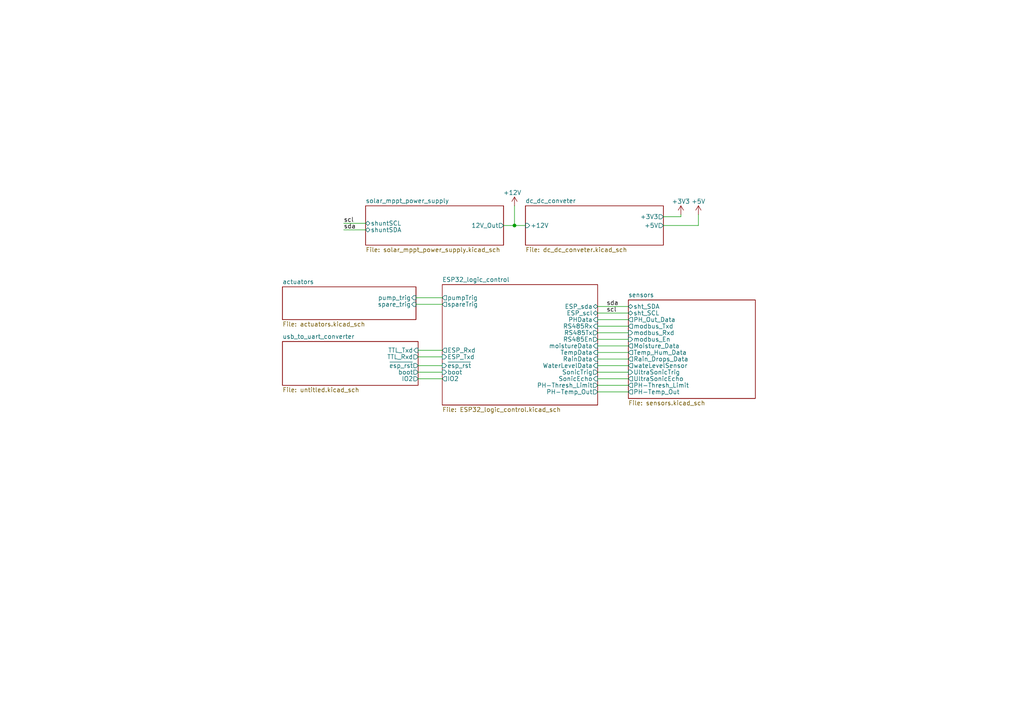
<source format=kicad_sch>
(kicad_sch (version 20211123) (generator eeschema)
  (paper "A4")
  (title_block (title "MKULIMA IOT DEVICE") (date "2022-10-26") (rev "v01") (comment 1 "Checked By: ") (comment 2 "Designed By: ") (comment 3 "Project Lead: Peter Kirumba") (comment 4 "MKULIMA IOT DEVICE"))
  (lib_symbols
    (symbol "power:+12V" (power) (pin_names (offset 0))
      (property "Value" "+12V" (at 0 3.556 0))
      (symbol "+12V_0_1"
        (polyline (pts (xy -0.762 1.27) (xy 0 2.54)))
        (polyline (pts (xy 0 0) (xy 0 2.54)))
        (polyline (pts (xy 0 2.54) (xy 0.762 1.27)))
      )
      (symbol "+12V_1_1"
        (pin power_in line (at 0 0 90) (length 0) hide (name "+12V") (number "1"))
      )
    )
    (symbol "power:+3V3" (power) (pin_names (offset 0))
      (property "Value" "+3V3" (at 0 3.556 0))
      (symbol "+3V3_0_1"
        (polyline (pts (xy -0.762 1.27) (xy 0 2.54)))
        (polyline (pts (xy 0 0) (xy 0 2.54)))
        (polyline (pts (xy 0 2.54) (xy 0.762 1.27)))
      )
      (symbol "+3V3_1_1"
        (pin power_in line (at 0 0 90) (length 0) hide (name "+3V3") (number "1"))
      )
    )
    (symbol "power:+5V" (power) (pin_names (offset 0))
      (property "Value" "+5V" (at 0 3.556 0))
      (symbol "+5V_0_1"
        (polyline (pts (xy -0.762 1.27) (xy 0 2.54)))
        (polyline (pts (xy 0 0) (xy 0 2.54)))
        (polyline (pts (xy 0 2.54) (xy 0.762 1.27)))
      )
      (symbol "+5V_1_1"
        (pin power_in line (at 0 0 90) (length 0) hide (name "+5V") (number "1"))
      )
    )
  )
  (junction (at 149.225 65.405))
  (wire (pts (xy 149.225 59.69) (xy 149.225 65.405)))
  (wire (pts (xy 121.285 109.855) (xy 128.27 109.855)))
  (wire (pts (xy 173.355 107.95) (xy 182.245 107.95)))
  (wire (pts (xy 173.355 102.235) (xy 182.245 102.235)))
  (wire (pts (xy 173.355 104.14) (xy 182.245 104.14)))
  (wire (pts (xy 121.285 107.95) (xy 128.27 107.95)))
  (wire (pts (xy 197.485 62.23) (xy 197.485 62.865)))
  (wire (pts (xy 173.355 92.71) (xy 182.245 92.71)))
  (wire (pts (xy 149.225 65.405) (xy 152.4 65.405)))
  (wire (pts (xy 173.355 106.045) (xy 182.245 106.045)))
  (wire (pts (xy 173.355 88.9) (xy 182.245 88.9)))
  (wire (pts (xy 173.355 90.805) (xy 182.245 90.805)))
  (wire (pts (xy 173.355 111.76) (xy 182.245 111.76)))
  (wire (pts (xy 99.695 64.77) (xy 106.045 64.77)))
  (wire (pts (xy 173.355 109.855) (xy 182.245 109.855)))
  (wire (pts (xy 202.565 62.23) (xy 202.565 65.405)))
  (wire (pts (xy 192.405 62.865) (xy 197.485 62.865)))
  (wire (pts (xy 173.355 94.615) (xy 182.245 94.615)))
  (wire (pts (xy 121.285 101.6) (xy 128.27 101.6)))
  (wire (pts (xy 192.405 65.405) (xy 202.565 65.405)))
  (wire (pts (xy 121.285 103.505) (xy 128.27 103.505)))
  (wire (pts (xy 173.355 96.52) (xy 182.245 96.52)))
  (wire (pts (xy 121.285 106.045) (xy 128.27 106.045)))
  (wire (pts (xy 173.355 113.665) (xy 182.245 113.665)))
  (wire (pts (xy 173.355 98.425) (xy 182.245 98.425)))
  (wire (pts (xy 173.355 100.33) (xy 182.245 100.33)))
  (wire (pts (xy 146.05 65.405) (xy 149.225 65.405)))
  (wire (pts (xy 120.65 86.36) (xy 128.27 86.36)))
  (wire (pts (xy 99.695 66.675) (xy 106.045 66.675)))
  (wire (pts (xy 120.65 88.265) (xy 128.27 88.265)))
  (label "sda" (at 175.895 88.9 0))
  (label "scl" (at 99.695 64.77 0))
  (label "scl" (at 175.895 90.805 0))
  (label "sda" (at 99.695 66.675 0))
  (symbol (lib_id "power:+5V") (at 202.565 62.23 0) (unit 1)
    (property "Reference" "#PWR03" (effects hide))
    (property "Value" "+5V" (at 202.565 58.42 0))
  )
  (symbol (lib_id "power:+3V3") (at 197.485 62.23 0) (unit 1)
    (property "Reference" "#PWR02" (effects hide))
    (property "Value" "+3V3" (at 197.485 58.42 0))
  )
  (symbol (lib_id "power:+12V") (at 149.225 59.69 0) (unit 1)
    (property "Reference" "#PWR01" (effects hide))
    (property "Value" "+12V" (at 148.59 55.88 0))
  )
  (sheet (at 81.915 83.185) (size 38.735 9.525) (stroke (width 0.1524))
    (property "Sheet name" "actuators" (at 81.915 82.4734 0) (effects (justify left bottom)))
    (property "Sheet file" "actuators.kicad_sch" (at 81.915 93.2946 0) (effects (justify left top)))
    (pin "pump_trig" input (at 120.65 86.36 0))
    (pin "spare_trig" input (at 120.65 88.265 0))
  )
  (sheet (at 106.045 59.69) (size 40.005 11.43) (stroke (width 0.1524))
    (property "Sheet name" "solar_mppt_power_supply" (at 106.045 58.9784 0) (effects (justify left bottom)))
    (property "Sheet file" "solar_mppt_power_supply.kicad_sch" (at 106.045 71.7046 0) (effects (justify left top)))
    (pin "12V_Out" output (at 146.05 65.405 0))
    (pin "shuntSCL" bidirectional (at 106.045 64.77 180))
    (pin "shuntSDA" bidirectional (at 106.045 66.675 180))
  )
  (sheet (at 128.27 82.55) (size 45.085 34.925) (stroke (width 0.1524))
    (property "Sheet name" "ESP32_logic_control" (at 128.27 81.8384 0) (effects (justify left bottom)))
    (property "Sheet file" "ESP32_logic_control.kicad_sch" (at 128.27 118.0596 0) (effects (justify left top)))
    (pin "ESP_Txd" input (at 128.27 103.505 180))
    (pin "ESP_Rxd" output (at 128.27 101.6 180))
    (pin "~{esp_rst}" input (at 128.27 106.045 180))
    (pin "spareTrig" output (at 128.27 88.265 180))
    (pin "PHData" input (at 173.355 92.71 0))
    (pin "moistureData" input (at 173.355 100.33 0))
    (pin "pumpTrig" output (at 128.27 86.36 180))
    (pin "boot" input (at 128.27 107.95 180))
    (pin "TempData" input (at 173.355 102.235 0))
    (pin "RS485En" output (at 173.355 98.425 0))
    (pin "ESP_scl" bidirectional (at 173.355 90.805 0))
    (pin "ESP_sda" bidirectional (at 173.355 88.9 0))
    (pin "RS485Tx" output (at 173.355 96.52 0))
    (pin "RS485Rx" input (at 173.355 94.615 0))
    (pin "IO2" output (at 128.27 109.855 180))
    (pin "RainData" input (at 173.355 104.14 0))
    (pin "WaterLevelData" input (at 173.355 106.045 0))
    (pin "SonicTrig" output (at 173.355 107.95 0))
    (pin "SonicEcho" input (at 173.355 109.855 0))
    (pin "PH-Temp_Out" output (at 173.355 113.665 0))
    (pin "PH-Thresh_Limit" output (at 173.355 111.76 0))
  )
  (sheet (at 152.4 59.69) (size 40.005 11.43) (stroke (width 0.1524))
    (property "Sheet name" "dc_dc_conveter" (at 152.4 58.9784 0) (effects (justify left bottom)))
    (property "Sheet file" "dc_dc_conveter.kicad_sch" (at 152.4 71.7046 0) (effects (justify left top)))
    (pin "+12V" input (at 152.4 65.405 180))
    (pin "+5V" output (at 192.405 65.405 0))
    (pin "+3V3" output (at 192.405 62.865 0))
  )
  (sheet (at 81.915 99.06) (size 39.37 12.7) (stroke (width 0.1524))
    (property "Sheet name" "usb_to_uart_converter" (at 81.915 98.3484 0) (effects (justify left bottom)))
    (property "Sheet file" "untitled.kicad_sch" (at 81.915 112.3446 0) (effects (justify left top)))
    (pin "TTL_Txd" input (at 121.285 101.6 0))
    (pin "TTL_Rxd" output (at 121.285 103.505 0))
    (pin "IO2" output (at 121.285 109.855 0))
    (pin "~{esp_rst}" output (at 121.285 106.045 0))
    (pin "boot" output (at 121.285 107.95 0))
  )
  (sheet (at 182.245 86.995) (size 36.83 28.575) (stroke (width 0.1524))
    (property "Sheet name" "sensors" (at 182.245 86.2834 0) (effects (justify left bottom)))
    (property "Sheet file" "sensors.kicad_sch" (at 182.245 116.1546 0) (effects (justify left top)))
    (pin "sht_SDA" bidirectional (at 182.245 88.9 180))
    (pin "sht_SCL" bidirectional (at 182.245 90.805 180))
    (pin "PH_Out_Data" output (at 182.245 92.71 180))
    (pin "modbus_Txd" output (at 182.245 94.615 180))
    (pin "modbus_Rxd" input (at 182.245 96.52 180))
    (pin "modbus_En" input (at 182.245 98.425 180))
    (pin "Moisture_Data" output (at 182.245 100.33 180))
    (pin "Temp_Hum_Data" output (at 182.245 102.235 180))
    (pin "Rain_Drops_Data" output (at 182.245 104.14 180))
    (pin "wateLevelSensor" output (at 182.245 106.045 180))
    (pin "PH-Temp_Out" output (at 182.245 113.665 180))
    (pin "PH-Thresh_Limit" output (at 182.245 111.76 180))
    (pin "UltraSonicTrig" input (at 182.245 107.95 180))
    (pin "UltraSonicEcho" output (at 182.245 109.855 180))
  )
)
</source>
